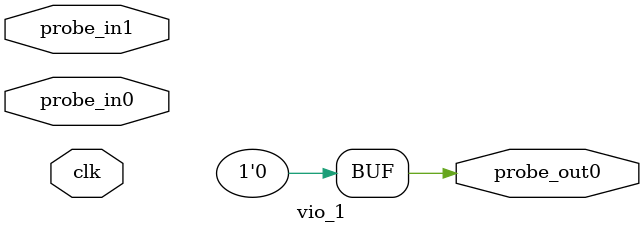
<source format=v>
`timescale 1ns / 1ps
module vio_1 (
clk,
probe_in0,probe_in1,
probe_out0
);

input clk;
input [31 : 0] probe_in0;
input [31 : 0] probe_in1;

output reg [0 : 0] probe_out0 = 'h0 ;


endmodule

</source>
